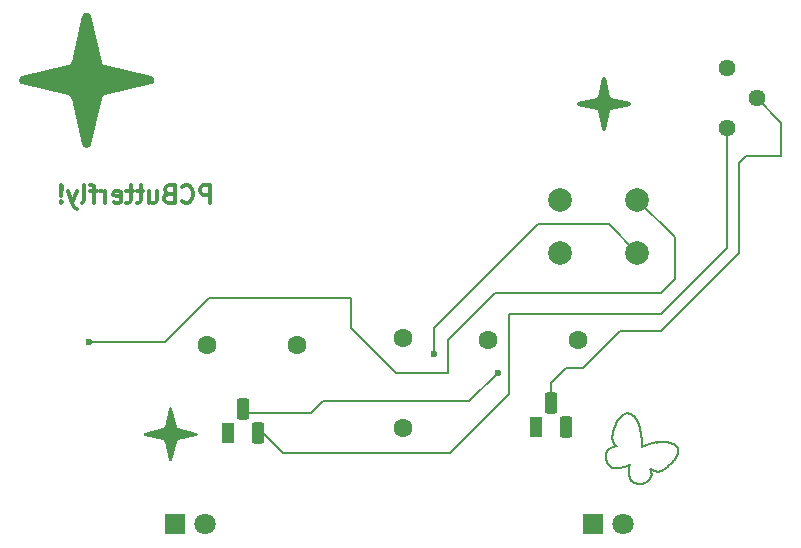
<source format=gbr>
%TF.GenerationSoftware,KiCad,Pcbnew,9.0.2*%
%TF.CreationDate,2025-06-28T05:17:50-07:00*%
%TF.ProjectId,butterfly5,62757474-6572-4666-9c79-352e6b696361,rev?*%
%TF.SameCoordinates,Original*%
%TF.FileFunction,Copper,L2,Bot*%
%TF.FilePolarity,Positive*%
%FSLAX46Y46*%
G04 Gerber Fmt 4.6, Leading zero omitted, Abs format (unit mm)*
G04 Created by KiCad (PCBNEW 9.0.2) date 2025-06-28 05:17:50*
%MOMM*%
%LPD*%
G01*
G04 APERTURE LIST*
G04 Aperture macros list*
%AMRoundRect*
0 Rectangle with rounded corners*
0 $1 Rounding radius*
0 $2 $3 $4 $5 $6 $7 $8 $9 X,Y pos of 4 corners*
0 Add a 4 corners polygon primitive as box body*
4,1,4,$2,$3,$4,$5,$6,$7,$8,$9,$2,$3,0*
0 Add four circle primitives for the rounded corners*
1,1,$1+$1,$2,$3*
1,1,$1+$1,$4,$5*
1,1,$1+$1,$6,$7*
1,1,$1+$1,$8,$9*
0 Add four rect primitives between the rounded corners*
20,1,$1+$1,$2,$3,$4,$5,0*
20,1,$1+$1,$4,$5,$6,$7,0*
20,1,$1+$1,$6,$7,$8,$9,0*
20,1,$1+$1,$8,$9,$2,$3,0*%
G04 Aperture macros list end*
%TA.AperFunction,NonConductor*%
%ADD10C,0.000000*%
%TD*%
%TA.AperFunction,NonConductor*%
%ADD11C,0.132291*%
%TD*%
%ADD12C,0.300000*%
%TA.AperFunction,NonConductor*%
%ADD13C,0.300000*%
%TD*%
%TA.AperFunction,ComponentPad*%
%ADD14C,1.600000*%
%TD*%
%TA.AperFunction,ComponentPad*%
%ADD15R,1.800000X1.800000*%
%TD*%
%TA.AperFunction,ComponentPad*%
%ADD16C,1.800000*%
%TD*%
%TA.AperFunction,ComponentPad*%
%ADD17R,1.100000X1.800000*%
%TD*%
%TA.AperFunction,ComponentPad*%
%ADD18RoundRect,0.275000X-0.275000X-0.625000X0.275000X-0.625000X0.275000X0.625000X-0.275000X0.625000X0*%
%TD*%
%TA.AperFunction,ComponentPad*%
%ADD19C,2.000000*%
%TD*%
%TA.AperFunction,ComponentPad*%
%ADD20C,1.440000*%
%TD*%
%TA.AperFunction,ViaPad*%
%ADD21C,0.600000*%
%TD*%
%TA.AperFunction,Conductor*%
%ADD22C,0.200000*%
%TD*%
G04 APERTURE END LIST*
D10*
%TA.AperFunction,NonConductor*%
G36*
X165211825Y-79514012D02*
G01*
X165223584Y-79515350D01*
X165235210Y-79517579D01*
X165246638Y-79520700D01*
X165257801Y-79524713D01*
X165268633Y-79529617D01*
X165279069Y-79535413D01*
X165289041Y-79542101D01*
X165298484Y-79549681D01*
X165307332Y-79558152D01*
X165315518Y-79567515D01*
X165322976Y-79577769D01*
X165329641Y-79588916D01*
X165335445Y-79600954D01*
X165340323Y-79613883D01*
X165344209Y-79627705D01*
X165710371Y-81179451D01*
X165713132Y-81189549D01*
X165716565Y-81199341D01*
X165720643Y-81208800D01*
X165725341Y-81217901D01*
X165730632Y-81226616D01*
X165736490Y-81234920D01*
X165742890Y-81242788D01*
X165749804Y-81250192D01*
X165757208Y-81257107D01*
X165765075Y-81263507D01*
X165773379Y-81269366D01*
X165782094Y-81274658D01*
X165791194Y-81279356D01*
X165800653Y-81283435D01*
X165810445Y-81286868D01*
X165820543Y-81289630D01*
X167372293Y-81655792D01*
X167386115Y-81659677D01*
X167399045Y-81664555D01*
X167411083Y-81670360D01*
X167422230Y-81677024D01*
X167432485Y-81684483D01*
X167441848Y-81692669D01*
X167450319Y-81701516D01*
X167457899Y-81710959D01*
X167464587Y-81720932D01*
X167470383Y-81731367D01*
X167475287Y-81742200D01*
X167479300Y-81753363D01*
X167482421Y-81764791D01*
X167484650Y-81776417D01*
X167485988Y-81788175D01*
X167486434Y-81800000D01*
X167485988Y-81811825D01*
X167484650Y-81823584D01*
X167482421Y-81835210D01*
X167479300Y-81846638D01*
X167475287Y-81857801D01*
X167470383Y-81868633D01*
X167464587Y-81879069D01*
X167457899Y-81889041D01*
X167450319Y-81898484D01*
X167441848Y-81907332D01*
X167432485Y-81915518D01*
X167422230Y-81922976D01*
X167411083Y-81929641D01*
X167399045Y-81935445D01*
X167386115Y-81940323D01*
X167372293Y-81944209D01*
X165820543Y-82310371D01*
X165810445Y-82313132D01*
X165800653Y-82316565D01*
X165791194Y-82320643D01*
X165782094Y-82325341D01*
X165773379Y-82330632D01*
X165765075Y-82336490D01*
X165757208Y-82342890D01*
X165749804Y-82349804D01*
X165742890Y-82357208D01*
X165736490Y-82365075D01*
X165730632Y-82373379D01*
X165725341Y-82382094D01*
X165720643Y-82391194D01*
X165716565Y-82400653D01*
X165713132Y-82410445D01*
X165710371Y-82420543D01*
X165344209Y-83972293D01*
X165340323Y-83986115D01*
X165335445Y-83999045D01*
X165329641Y-84011083D01*
X165322976Y-84022230D01*
X165315518Y-84032485D01*
X165307332Y-84041848D01*
X165298484Y-84050319D01*
X165289041Y-84057899D01*
X165279069Y-84064587D01*
X165268633Y-84070383D01*
X165257801Y-84075287D01*
X165246638Y-84079300D01*
X165235210Y-84082421D01*
X165223584Y-84084650D01*
X165211825Y-84085988D01*
X165200000Y-84086434D01*
X165188175Y-84085988D01*
X165176417Y-84084650D01*
X165164791Y-84082421D01*
X165153363Y-84079300D01*
X165142200Y-84075287D01*
X165131367Y-84070383D01*
X165120932Y-84064587D01*
X165110959Y-84057899D01*
X165101516Y-84050319D01*
X165092669Y-84041848D01*
X165084483Y-84032485D01*
X165077024Y-84022230D01*
X165070360Y-84011083D01*
X165064555Y-83999045D01*
X165059677Y-83986115D01*
X165055792Y-83972293D01*
X164689630Y-82420543D01*
X164686868Y-82410445D01*
X164683435Y-82400653D01*
X164679356Y-82391194D01*
X164674658Y-82382094D01*
X164669366Y-82373379D01*
X164663507Y-82365075D01*
X164657107Y-82357208D01*
X164650192Y-82349804D01*
X164642788Y-82342890D01*
X164634920Y-82336490D01*
X164626616Y-82330632D01*
X164617901Y-82325341D01*
X164608800Y-82320643D01*
X164599341Y-82316565D01*
X164589549Y-82313132D01*
X164579451Y-82310371D01*
X163027705Y-81944209D01*
X163013883Y-81940323D01*
X163000954Y-81935445D01*
X162988916Y-81929641D01*
X162977769Y-81922976D01*
X162967515Y-81915518D01*
X162958152Y-81907332D01*
X162949681Y-81898484D01*
X162942101Y-81889041D01*
X162935413Y-81879069D01*
X162929617Y-81868633D01*
X162924713Y-81857801D01*
X162920700Y-81846638D01*
X162917579Y-81835210D01*
X162915350Y-81823584D01*
X162914012Y-81811825D01*
X162913567Y-81800000D01*
X162914012Y-81788175D01*
X162915350Y-81776417D01*
X162917579Y-81764791D01*
X162920700Y-81753363D01*
X162924713Y-81742200D01*
X162929617Y-81731367D01*
X162935413Y-81720932D01*
X162942101Y-81710959D01*
X162949681Y-81701516D01*
X162958152Y-81692669D01*
X162967515Y-81684483D01*
X162977769Y-81677024D01*
X162988916Y-81670360D01*
X163000954Y-81664555D01*
X163013883Y-81659677D01*
X163027705Y-81655792D01*
X164579451Y-81289630D01*
X164589549Y-81286868D01*
X164599341Y-81283435D01*
X164608800Y-81279356D01*
X164617901Y-81274658D01*
X164626616Y-81269366D01*
X164634920Y-81263507D01*
X164642788Y-81257107D01*
X164650192Y-81250192D01*
X164657107Y-81242788D01*
X164663507Y-81234920D01*
X164669366Y-81226616D01*
X164674658Y-81217901D01*
X164679356Y-81208800D01*
X164683435Y-81199341D01*
X164686868Y-81189549D01*
X164689630Y-81179451D01*
X165055792Y-79627705D01*
X165059677Y-79613883D01*
X165064555Y-79600954D01*
X165070360Y-79588916D01*
X165077024Y-79577769D01*
X165084483Y-79567515D01*
X165092669Y-79558152D01*
X165101516Y-79549681D01*
X165110959Y-79542101D01*
X165120932Y-79535413D01*
X165131367Y-79529617D01*
X165142200Y-79524713D01*
X165153363Y-79520700D01*
X165164791Y-79517579D01*
X165176417Y-79515350D01*
X165188175Y-79514012D01*
X165200000Y-79513566D01*
X165211825Y-79514012D01*
G37*
%TD.AperFunction*%
%TA.AperFunction,NonConductor*%
G36*
X128522195Y-107493469D02*
G01*
X128533954Y-107494807D01*
X128545580Y-107497036D01*
X128557008Y-107500157D01*
X128568171Y-107504170D01*
X128579003Y-107509074D01*
X128589439Y-107514870D01*
X128599411Y-107521558D01*
X128608854Y-107529138D01*
X128617702Y-107537609D01*
X128625888Y-107546972D01*
X128633346Y-107557226D01*
X128640011Y-107568373D01*
X128645815Y-107580411D01*
X128650693Y-107593340D01*
X128654579Y-107607162D01*
X129020741Y-109158908D01*
X129023502Y-109169006D01*
X129026935Y-109178798D01*
X129031013Y-109188257D01*
X129035711Y-109197358D01*
X129041002Y-109206073D01*
X129046860Y-109214377D01*
X129053260Y-109222245D01*
X129060174Y-109229649D01*
X129067578Y-109236564D01*
X129075445Y-109242964D01*
X129083749Y-109248823D01*
X129092464Y-109254115D01*
X129101564Y-109258813D01*
X129111023Y-109262892D01*
X129120815Y-109266325D01*
X129130913Y-109269087D01*
X130682663Y-109635249D01*
X130696485Y-109639134D01*
X130709415Y-109644012D01*
X130721453Y-109649817D01*
X130732600Y-109656481D01*
X130742855Y-109663940D01*
X130752218Y-109672126D01*
X130760689Y-109680973D01*
X130768269Y-109690416D01*
X130774957Y-109700389D01*
X130780753Y-109710824D01*
X130785657Y-109721657D01*
X130789670Y-109732820D01*
X130792791Y-109744248D01*
X130795020Y-109755874D01*
X130796358Y-109767632D01*
X130796804Y-109779457D01*
X130796358Y-109791282D01*
X130795020Y-109803041D01*
X130792791Y-109814667D01*
X130789670Y-109826095D01*
X130785657Y-109837258D01*
X130780753Y-109848090D01*
X130774957Y-109858526D01*
X130768269Y-109868498D01*
X130760689Y-109877941D01*
X130752218Y-109886789D01*
X130742855Y-109894975D01*
X130732600Y-109902433D01*
X130721453Y-109909098D01*
X130709415Y-109914902D01*
X130696485Y-109919780D01*
X130682663Y-109923666D01*
X129130913Y-110289828D01*
X129120815Y-110292589D01*
X129111023Y-110296022D01*
X129101564Y-110300100D01*
X129092464Y-110304798D01*
X129083749Y-110310089D01*
X129075445Y-110315947D01*
X129067578Y-110322347D01*
X129060174Y-110329261D01*
X129053260Y-110336665D01*
X129046860Y-110344532D01*
X129041002Y-110352836D01*
X129035711Y-110361551D01*
X129031013Y-110370651D01*
X129026935Y-110380110D01*
X129023502Y-110389902D01*
X129020741Y-110400000D01*
X128654579Y-111951750D01*
X128650693Y-111965572D01*
X128645815Y-111978502D01*
X128640011Y-111990540D01*
X128633346Y-112001687D01*
X128625888Y-112011942D01*
X128617702Y-112021305D01*
X128608854Y-112029776D01*
X128599411Y-112037356D01*
X128589439Y-112044044D01*
X128579003Y-112049840D01*
X128568171Y-112054744D01*
X128557008Y-112058757D01*
X128545580Y-112061878D01*
X128533954Y-112064107D01*
X128522195Y-112065445D01*
X128510370Y-112065891D01*
X128498545Y-112065445D01*
X128486787Y-112064107D01*
X128475161Y-112061878D01*
X128463733Y-112058757D01*
X128452570Y-112054744D01*
X128441737Y-112049840D01*
X128431302Y-112044044D01*
X128421329Y-112037356D01*
X128411886Y-112029776D01*
X128403039Y-112021305D01*
X128394853Y-112011942D01*
X128387394Y-112001687D01*
X128380730Y-111990540D01*
X128374925Y-111978502D01*
X128370047Y-111965572D01*
X128366162Y-111951750D01*
X128000000Y-110400000D01*
X127997238Y-110389902D01*
X127993805Y-110380110D01*
X127989726Y-110370651D01*
X127985028Y-110361551D01*
X127979736Y-110352836D01*
X127973877Y-110344532D01*
X127967477Y-110336665D01*
X127960562Y-110329261D01*
X127953158Y-110322347D01*
X127945290Y-110315947D01*
X127936986Y-110310089D01*
X127928271Y-110304798D01*
X127919170Y-110300100D01*
X127909711Y-110296022D01*
X127899919Y-110292589D01*
X127889821Y-110289828D01*
X126338075Y-109923666D01*
X126324253Y-109919780D01*
X126311324Y-109914902D01*
X126299286Y-109909098D01*
X126288139Y-109902433D01*
X126277885Y-109894975D01*
X126268522Y-109886789D01*
X126260051Y-109877941D01*
X126252471Y-109868498D01*
X126245783Y-109858526D01*
X126239987Y-109848090D01*
X126235083Y-109837258D01*
X126231070Y-109826095D01*
X126227949Y-109814667D01*
X126225720Y-109803041D01*
X126224382Y-109791282D01*
X126223937Y-109779457D01*
X126224382Y-109767632D01*
X126225720Y-109755874D01*
X126227949Y-109744248D01*
X126231070Y-109732820D01*
X126235083Y-109721657D01*
X126239987Y-109710824D01*
X126245783Y-109700389D01*
X126252471Y-109690416D01*
X126260051Y-109680973D01*
X126268522Y-109672126D01*
X126277885Y-109663940D01*
X126288139Y-109656481D01*
X126299286Y-109649817D01*
X126311324Y-109644012D01*
X126324253Y-109639134D01*
X126338075Y-109635249D01*
X127889821Y-109269087D01*
X127899919Y-109266325D01*
X127909711Y-109262892D01*
X127919170Y-109258813D01*
X127928271Y-109254115D01*
X127936986Y-109248823D01*
X127945290Y-109242964D01*
X127953158Y-109236564D01*
X127960562Y-109229649D01*
X127967477Y-109222245D01*
X127973877Y-109214377D01*
X127979736Y-109206073D01*
X127985028Y-109197358D01*
X127989726Y-109188257D01*
X127993805Y-109178798D01*
X127997238Y-109169006D01*
X128000000Y-109158908D01*
X128366162Y-107607162D01*
X128370047Y-107593340D01*
X128374925Y-107580411D01*
X128380730Y-107568373D01*
X128387394Y-107557226D01*
X128394853Y-107546972D01*
X128403039Y-107537609D01*
X128411886Y-107529138D01*
X128421329Y-107521558D01*
X128431302Y-107514870D01*
X128441737Y-107509074D01*
X128452570Y-107504170D01*
X128463733Y-107500157D01*
X128475161Y-107497036D01*
X128486787Y-107494807D01*
X128498545Y-107493469D01*
X128510370Y-107493023D01*
X128522195Y-107493469D01*
G37*
%TD.AperFunction*%
%TA.AperFunction,NonConductor*%
G36*
X121429562Y-74085030D02*
G01*
X121458959Y-74088374D01*
X121488024Y-74093947D01*
X121516594Y-74101750D01*
X121544502Y-74111782D01*
X121571583Y-74124043D01*
X121597671Y-74138533D01*
X121622602Y-74155252D01*
X121646210Y-74174201D01*
X121668329Y-74195379D01*
X121688794Y-74218786D01*
X121707440Y-74244423D01*
X121724101Y-74272289D01*
X121738612Y-74302384D01*
X121750807Y-74334708D01*
X121760521Y-74369262D01*
X122675926Y-78248626D01*
X122682830Y-78273873D01*
X122691412Y-78298353D01*
X122701607Y-78322001D01*
X122713351Y-78344751D01*
X122726579Y-78366540D01*
X122741225Y-78387301D01*
X122757223Y-78406969D01*
X122774510Y-78425480D01*
X122793020Y-78442768D01*
X122812687Y-78458768D01*
X122833447Y-78473415D01*
X122855235Y-78486644D01*
X122877985Y-78498389D01*
X122901632Y-78508586D01*
X122926112Y-78517169D01*
X122951358Y-78524074D01*
X126830732Y-79439478D01*
X126865286Y-79449193D01*
X126897611Y-79461388D01*
X126927707Y-79475899D01*
X126955574Y-79492560D01*
X126981211Y-79511206D01*
X127004619Y-79531671D01*
X127025797Y-79553790D01*
X127044746Y-79577398D01*
X127061466Y-79602329D01*
X127075957Y-79628417D01*
X127088218Y-79655498D01*
X127098250Y-79683406D01*
X127106052Y-79711976D01*
X127111626Y-79741042D01*
X127114970Y-79770438D01*
X127116084Y-79800000D01*
X127114970Y-79829562D01*
X127111626Y-79858959D01*
X127106052Y-79888024D01*
X127098250Y-79916594D01*
X127088218Y-79944502D01*
X127075957Y-79971583D01*
X127061466Y-79997671D01*
X127044746Y-80022602D01*
X127025797Y-80046210D01*
X127004619Y-80068329D01*
X126981211Y-80088794D01*
X126955574Y-80107440D01*
X126927707Y-80124101D01*
X126897611Y-80138612D01*
X126865286Y-80150807D01*
X126830732Y-80160521D01*
X122951358Y-81075926D01*
X122926112Y-81082830D01*
X122901632Y-81091412D01*
X122877985Y-81101607D01*
X122855235Y-81113351D01*
X122833447Y-81126579D01*
X122812687Y-81141225D01*
X122793020Y-81157223D01*
X122774510Y-81174510D01*
X122757223Y-81193020D01*
X122741225Y-81212687D01*
X122726579Y-81233447D01*
X122713351Y-81255235D01*
X122701607Y-81277985D01*
X122691412Y-81301632D01*
X122682830Y-81326112D01*
X122675926Y-81351358D01*
X121760521Y-85230732D01*
X121750807Y-85265286D01*
X121738612Y-85297611D01*
X121724101Y-85327707D01*
X121707440Y-85355574D01*
X121688794Y-85381211D01*
X121668329Y-85404619D01*
X121646210Y-85425797D01*
X121622602Y-85444746D01*
X121597671Y-85461466D01*
X121571583Y-85475957D01*
X121544502Y-85488218D01*
X121516594Y-85498250D01*
X121488024Y-85506052D01*
X121458959Y-85511626D01*
X121429562Y-85514970D01*
X121400000Y-85516084D01*
X121370438Y-85514970D01*
X121341042Y-85511626D01*
X121311976Y-85506052D01*
X121283406Y-85498250D01*
X121255498Y-85488218D01*
X121228417Y-85475957D01*
X121202329Y-85461466D01*
X121177398Y-85444746D01*
X121153790Y-85425797D01*
X121131671Y-85404619D01*
X121111206Y-85381211D01*
X121092560Y-85355574D01*
X121075899Y-85327707D01*
X121061388Y-85297611D01*
X121049193Y-85265286D01*
X121039478Y-85230732D01*
X120124074Y-81351358D01*
X120117169Y-81326112D01*
X120108586Y-81301632D01*
X120098389Y-81277985D01*
X120086644Y-81255235D01*
X120073415Y-81233447D01*
X120058768Y-81212687D01*
X120042768Y-81193020D01*
X120025480Y-81174510D01*
X120006969Y-81157223D01*
X119987301Y-81141225D01*
X119966540Y-81126579D01*
X119944751Y-81113351D01*
X119922001Y-81101607D01*
X119898353Y-81091412D01*
X119873873Y-81082830D01*
X119848626Y-81075926D01*
X115969262Y-80160521D01*
X115934708Y-80150807D01*
X115902384Y-80138612D01*
X115872289Y-80124101D01*
X115844423Y-80107440D01*
X115818786Y-80088794D01*
X115795379Y-80068329D01*
X115774201Y-80046210D01*
X115755252Y-80022602D01*
X115738533Y-79997671D01*
X115724043Y-79971583D01*
X115711782Y-79944502D01*
X115701750Y-79916594D01*
X115693947Y-79888024D01*
X115688374Y-79858959D01*
X115685030Y-79829562D01*
X115683916Y-79800000D01*
X115685030Y-79770438D01*
X115688374Y-79741042D01*
X115693947Y-79711976D01*
X115701750Y-79683406D01*
X115711782Y-79655498D01*
X115724043Y-79628417D01*
X115738533Y-79602329D01*
X115755252Y-79577398D01*
X115774201Y-79553790D01*
X115795379Y-79531671D01*
X115818786Y-79511206D01*
X115844423Y-79492560D01*
X115872289Y-79475899D01*
X115902384Y-79461388D01*
X115934708Y-79449193D01*
X115969262Y-79439478D01*
X119848626Y-78524074D01*
X119873873Y-78517169D01*
X119898353Y-78508586D01*
X119922001Y-78498389D01*
X119944751Y-78486644D01*
X119966540Y-78473415D01*
X119987301Y-78458768D01*
X120006969Y-78442768D01*
X120025480Y-78425480D01*
X120042768Y-78406969D01*
X120058768Y-78387301D01*
X120073415Y-78366540D01*
X120086644Y-78344751D01*
X120098389Y-78322001D01*
X120108586Y-78298353D01*
X120117169Y-78273873D01*
X120124074Y-78248626D01*
X121039478Y-74369261D01*
X121049193Y-74334708D01*
X121061388Y-74302383D01*
X121075899Y-74272288D01*
X121092560Y-74244423D01*
X121111206Y-74218786D01*
X121131671Y-74195379D01*
X121153790Y-74174201D01*
X121177398Y-74155252D01*
X121202329Y-74138533D01*
X121228417Y-74124042D01*
X121255498Y-74111781D01*
X121283406Y-74101750D01*
X121311976Y-74093947D01*
X121341042Y-74088374D01*
X121370438Y-74085030D01*
X121400000Y-74083916D01*
X121429562Y-74085030D01*
G37*
%TD.AperFunction*%
D11*
X167208542Y-108002497D02*
X167247352Y-108005529D01*
X167286482Y-108011276D01*
X167325914Y-108019821D01*
X167365625Y-108031248D01*
X167402945Y-108044205D01*
X167439276Y-108058556D01*
X167474629Y-108074248D01*
X167509018Y-108091225D01*
X167542454Y-108109435D01*
X167574952Y-108128821D01*
X167606523Y-108149330D01*
X167637181Y-108170908D01*
X167666938Y-108193501D01*
X167695806Y-108217053D01*
X167750929Y-108266819D01*
X167802653Y-108319774D01*
X167851077Y-108375481D01*
X167896306Y-108433507D01*
X167938439Y-108493416D01*
X167977580Y-108554774D01*
X168013829Y-108617147D01*
X168047289Y-108680099D01*
X168078061Y-108743197D01*
X168106248Y-108806004D01*
X168131951Y-108868087D01*
X168155593Y-108929881D01*
X168177061Y-108990517D01*
X168196445Y-109049602D01*
X168213833Y-109106743D01*
X168229316Y-109161548D01*
X168242984Y-109213625D01*
X168254927Y-109262581D01*
X168265235Y-109308023D01*
X168274018Y-109349658D01*
X168281354Y-109387068D01*
X168287332Y-109419864D01*
X168292037Y-109447657D01*
X168293938Y-109459568D01*
X168295559Y-109470087D01*
X168297990Y-109486763D01*
X168298828Y-109492817D01*
X168299419Y-109497293D01*
X168299604Y-109498801D01*
X168300133Y-109501434D01*
X168302805Y-109515470D01*
X168306989Y-109537725D01*
X168312463Y-109567381D01*
X168326403Y-109645570D01*
X168334441Y-109692447D01*
X168342903Y-109743395D01*
X168360209Y-109854054D01*
X168376685Y-109971583D01*
X168384054Y-110030795D01*
X168390545Y-110089169D01*
X168395935Y-110145855D01*
X168400000Y-110200000D01*
X168403008Y-110259794D01*
X168404786Y-110322547D01*
X168405480Y-110387298D01*
X168405236Y-110453084D01*
X168402515Y-110583913D01*
X168397791Y-110707338D01*
X168393156Y-110798940D01*
X168388530Y-110876553D01*
X169006293Y-110623069D01*
X169010963Y-110621137D01*
X169015897Y-110619946D01*
X169689830Y-110457506D01*
X169694104Y-110456487D01*
X169698482Y-110456024D01*
X169705348Y-110521813D01*
X169698509Y-110456024D01*
X169698514Y-110456024D01*
X169698521Y-110456024D01*
X169698525Y-110456023D01*
X169698529Y-110456023D01*
X169698533Y-110456023D01*
X169698537Y-110456022D01*
X169698541Y-110456022D01*
X169698546Y-110456021D01*
X169698551Y-110456020D01*
X169698555Y-110456018D01*
X169698560Y-110456017D01*
X169698565Y-110456015D01*
X169698570Y-110456013D01*
X169698575Y-110456011D01*
X169698585Y-110456010D01*
X169698596Y-110456010D01*
X169698617Y-110456008D01*
X169698641Y-110456006D01*
X169698666Y-110456002D01*
X169698786Y-110455984D01*
X169699527Y-110455918D01*
X169700688Y-110455794D01*
X169701425Y-110455719D01*
X169702266Y-110455640D01*
X169706642Y-110455215D01*
X169712625Y-110454661D01*
X169729210Y-110453186D01*
X169751651Y-110451354D01*
X169779586Y-110449265D01*
X169812667Y-110447046D01*
X169850524Y-110444815D01*
X169892792Y-110442689D01*
X169989122Y-110439220D01*
X170042517Y-110438115D01*
X170098911Y-110437591D01*
X170157938Y-110437766D01*
X170219230Y-110438762D01*
X170282422Y-110440698D01*
X170347148Y-110443694D01*
X170413002Y-110447865D01*
X170479829Y-110453349D01*
X170547250Y-110460276D01*
X170614887Y-110468774D01*
X170682359Y-110478972D01*
X170749289Y-110490999D01*
X170815297Y-110504985D01*
X170880006Y-110521059D01*
X170911612Y-110529876D01*
X170942915Y-110539306D01*
X170973855Y-110549374D01*
X171004372Y-110560101D01*
X171034406Y-110571511D01*
X171063897Y-110583627D01*
X171092786Y-110596471D01*
X171121011Y-110610068D01*
X171148514Y-110624439D01*
X171175234Y-110639608D01*
X171201112Y-110655598D01*
X171226087Y-110672432D01*
X171250099Y-110690132D01*
X171273089Y-110708723D01*
X171294996Y-110728227D01*
X171315761Y-110748666D01*
X171344953Y-110780896D01*
X171371240Y-110813978D01*
X171394689Y-110847863D01*
X171415367Y-110882503D01*
X171433341Y-110917848D01*
X171448676Y-110953851D01*
X171461440Y-110990461D01*
X171471698Y-111027631D01*
X171479518Y-111065312D01*
X171484967Y-111103454D01*
X171488110Y-111142009D01*
X171489014Y-111180928D01*
X171487746Y-111220163D01*
X171484372Y-111259663D01*
X171478959Y-111299382D01*
X171471574Y-111339269D01*
X171462430Y-111378740D01*
X171451500Y-111418347D01*
X171438847Y-111458056D01*
X171424536Y-111497835D01*
X171408629Y-111537651D01*
X171391191Y-111577471D01*
X171372285Y-111617263D01*
X171351974Y-111656992D01*
X171330323Y-111696628D01*
X171307394Y-111736136D01*
X171283252Y-111775484D01*
X171257959Y-111814639D01*
X171231580Y-111853569D01*
X171204179Y-111892239D01*
X171175817Y-111930618D01*
X171146560Y-111968673D01*
X171085445Y-112043880D01*
X171021028Y-112117902D01*
X170953732Y-112190482D01*
X170883979Y-112261361D01*
X170812192Y-112330284D01*
X170738793Y-112396992D01*
X170664205Y-112461228D01*
X170588852Y-112522734D01*
X170513154Y-112581253D01*
X170437536Y-112636529D01*
X170362420Y-112688303D01*
X170288227Y-112736318D01*
X170215382Y-112780316D01*
X170144307Y-112820041D01*
X170075424Y-112855235D01*
X170009156Y-112885640D01*
X169982514Y-112896374D01*
X169955797Y-112905691D01*
X169929023Y-112913634D01*
X169902211Y-112920247D01*
X169875380Y-112925573D01*
X169848548Y-112929656D01*
X169794955Y-112934263D01*
X169741581Y-112934417D01*
X169688574Y-112930464D01*
X169636084Y-112922752D01*
X169584258Y-112911627D01*
X169533246Y-112897436D01*
X169483196Y-112880528D01*
X169434256Y-112861248D01*
X169386575Y-112839944D01*
X169340301Y-112816963D01*
X169295583Y-112792652D01*
X169252571Y-112767358D01*
X169211411Y-112741429D01*
X169190295Y-112727474D01*
X169169622Y-112713383D01*
X169149407Y-112699202D01*
X169129668Y-112684980D01*
X169131150Y-112688406D01*
X169146346Y-112725208D01*
X169161056Y-112763456D01*
X169175058Y-112802997D01*
X169188134Y-112843673D01*
X169200062Y-112885330D01*
X169210622Y-112927813D01*
X169219595Y-112970965D01*
X169226760Y-113014632D01*
X169231897Y-113058659D01*
X169234785Y-113102889D01*
X169235205Y-113147167D01*
X169232937Y-113191339D01*
X169227759Y-113235248D01*
X169219453Y-113278739D01*
X169207798Y-113321658D01*
X169200645Y-113342853D01*
X169192573Y-113363847D01*
X169168886Y-113417023D01*
X169142279Y-113468046D01*
X169112893Y-113516880D01*
X169080864Y-113563493D01*
X169046332Y-113607850D01*
X169009434Y-113649917D01*
X168970310Y-113689661D01*
X168929096Y-113727046D01*
X168885933Y-113762041D01*
X168840957Y-113794609D01*
X168794309Y-113824717D01*
X168746125Y-113852332D01*
X168696544Y-113877419D01*
X168645705Y-113899945D01*
X168593747Y-113919875D01*
X168540806Y-113937175D01*
X168487023Y-113951811D01*
X168432535Y-113963750D01*
X168377480Y-113972957D01*
X168321997Y-113979398D01*
X168266225Y-113983040D01*
X168210301Y-113983848D01*
X168154365Y-113981789D01*
X168098554Y-113976828D01*
X168043007Y-113968931D01*
X167987862Y-113958065D01*
X167933258Y-113944195D01*
X167879333Y-113927287D01*
X167826225Y-113907308D01*
X167774073Y-113884223D01*
X167723015Y-113857999D01*
X167673190Y-113828601D01*
X167645737Y-113810113D01*
X167619726Y-113790235D01*
X167595120Y-113769037D01*
X167571882Y-113746589D01*
X167549978Y-113722960D01*
X167529370Y-113698219D01*
X167510022Y-113672438D01*
X167491897Y-113645685D01*
X167474960Y-113618030D01*
X167459175Y-113589543D01*
X167444504Y-113560293D01*
X167430912Y-113530350D01*
X167418363Y-113499784D01*
X167406820Y-113468664D01*
X167396246Y-113437061D01*
X167386606Y-113405043D01*
X167377829Y-113372556D01*
X167369871Y-113339611D01*
X167362706Y-113306262D01*
X167356303Y-113272562D01*
X167350634Y-113238563D01*
X167345670Y-113204319D01*
X167337743Y-113135304D01*
X167332290Y-113065940D01*
X167329082Y-112996651D01*
X167327888Y-112927860D01*
X167328477Y-112859988D01*
X167330637Y-112793098D01*
X167334160Y-112727650D01*
X167338836Y-112664046D01*
X167344458Y-112602684D01*
X167350817Y-112543966D01*
X167357703Y-112488290D01*
X167372226Y-112387667D01*
X167377622Y-112354371D01*
X167382889Y-112323545D01*
X167346932Y-112341810D01*
X167327540Y-112351486D01*
X167307244Y-112361474D01*
X167259062Y-112384636D01*
X167206869Y-112408891D01*
X167151025Y-112433890D01*
X167091887Y-112459282D01*
X167029815Y-112484715D01*
X166965167Y-112509838D01*
X166898302Y-112534302D01*
X166829579Y-112557755D01*
X166759420Y-112579828D01*
X166687834Y-112600272D01*
X166615196Y-112618706D01*
X166541882Y-112634747D01*
X166468269Y-112648014D01*
X166431468Y-112653488D01*
X166394733Y-112658126D01*
X166358111Y-112661880D01*
X166321650Y-112664701D01*
X166285396Y-112666544D01*
X166249397Y-112667358D01*
X166213628Y-112667098D01*
X166178041Y-112665700D01*
X166142697Y-112663105D01*
X166107661Y-112659251D01*
X166072994Y-112654079D01*
X166038759Y-112647527D01*
X166005021Y-112639536D01*
X165971841Y-112630044D01*
X165939282Y-112618991D01*
X165907407Y-112606316D01*
X165876280Y-112591960D01*
X165845963Y-112575860D01*
X165816519Y-112557958D01*
X165788010Y-112538192D01*
X165760501Y-112516501D01*
X165734053Y-112492826D01*
X165693746Y-112452646D01*
X165655175Y-112410656D01*
X165618424Y-112366988D01*
X165583575Y-112321771D01*
X165550710Y-112275137D01*
X165519912Y-112227217D01*
X165491263Y-112178142D01*
X165464847Y-112128043D01*
X165440745Y-112077051D01*
X165419041Y-112025297D01*
X165399817Y-111972911D01*
X165383155Y-111920026D01*
X165369139Y-111866771D01*
X165357850Y-111813278D01*
X165349372Y-111759677D01*
X165343786Y-111706101D01*
X165341173Y-111652076D01*
X165341703Y-111598327D01*
X165345458Y-111545007D01*
X165352519Y-111492267D01*
X165362970Y-111440260D01*
X165376893Y-111389140D01*
X165394369Y-111339057D01*
X165415481Y-111290166D01*
X165440312Y-111242618D01*
X165468944Y-111196566D01*
X165501458Y-111152163D01*
X165537938Y-111109560D01*
X165578465Y-111068912D01*
X165623122Y-111030370D01*
X165671991Y-110994086D01*
X165725154Y-110960214D01*
X165763251Y-110938397D01*
X165800869Y-110918095D01*
X165837990Y-110899261D01*
X165874597Y-110881848D01*
X165910672Y-110865809D01*
X165946199Y-110851096D01*
X165981158Y-110837663D01*
X166015533Y-110825463D01*
X166049307Y-110814449D01*
X166082462Y-110804574D01*
X166114980Y-110795790D01*
X166146844Y-110788051D01*
X166178037Y-110781310D01*
X166208540Y-110775520D01*
X166267411Y-110766605D01*
X166251693Y-110755161D01*
X166236034Y-110743224D01*
X166220461Y-110730785D01*
X166204998Y-110717831D01*
X166189669Y-110704352D01*
X166174500Y-110690336D01*
X166159516Y-110675774D01*
X166144742Y-110660653D01*
X166121745Y-110635448D01*
X166099502Y-110608853D01*
X166078103Y-110580838D01*
X166057638Y-110551372D01*
X166038197Y-110520424D01*
X166019869Y-110487965D01*
X166002746Y-110453964D01*
X165986917Y-110418390D01*
X165972472Y-110381214D01*
X165959501Y-110342405D01*
X165948094Y-110301932D01*
X165938342Y-110259766D01*
X165930334Y-110215875D01*
X165924160Y-110170230D01*
X165919911Y-110122800D01*
X165917677Y-110073555D01*
X165917956Y-110001953D01*
X165922038Y-109926206D01*
X165929818Y-109846782D01*
X165941190Y-109764152D01*
X165956052Y-109678783D01*
X165974299Y-109591144D01*
X165995826Y-109501705D01*
X166020529Y-109410933D01*
X166048304Y-109319298D01*
X166079047Y-109227269D01*
X166112652Y-109135313D01*
X166149017Y-109043901D01*
X166188037Y-108953501D01*
X166229607Y-108864582D01*
X166273623Y-108777612D01*
X166319981Y-108693060D01*
X166344097Y-108651683D01*
X166368838Y-108610964D01*
X166394195Y-108570971D01*
X166420158Y-108531771D01*
X166446718Y-108493430D01*
X166473866Y-108456015D01*
X166501592Y-108419593D01*
X166529886Y-108384231D01*
X166558738Y-108349995D01*
X166588140Y-108316952D01*
X166618082Y-108285169D01*
X166648554Y-108254713D01*
X166679546Y-108225650D01*
X166711049Y-108198047D01*
X166743054Y-108171971D01*
X166775551Y-108147488D01*
X166808865Y-108124453D01*
X166842752Y-108103131D01*
X166877191Y-108083605D01*
X166912162Y-108065960D01*
X166947644Y-108050278D01*
X166983614Y-108036643D01*
X167020054Y-108025139D01*
X167056940Y-108015849D01*
X167094254Y-108008856D01*
X167131972Y-108004244D01*
X167170076Y-108002097D01*
X167208542Y-108002497D01*
D12*
D13*
X131845489Y-90190828D02*
X131845489Y-88690828D01*
X131845489Y-88690828D02*
X131274060Y-88690828D01*
X131274060Y-88690828D02*
X131131203Y-88762257D01*
X131131203Y-88762257D02*
X131059774Y-88833685D01*
X131059774Y-88833685D02*
X130988346Y-88976542D01*
X130988346Y-88976542D02*
X130988346Y-89190828D01*
X130988346Y-89190828D02*
X131059774Y-89333685D01*
X131059774Y-89333685D02*
X131131203Y-89405114D01*
X131131203Y-89405114D02*
X131274060Y-89476542D01*
X131274060Y-89476542D02*
X131845489Y-89476542D01*
X129488346Y-90047971D02*
X129559774Y-90119400D01*
X129559774Y-90119400D02*
X129774060Y-90190828D01*
X129774060Y-90190828D02*
X129916917Y-90190828D01*
X129916917Y-90190828D02*
X130131203Y-90119400D01*
X130131203Y-90119400D02*
X130274060Y-89976542D01*
X130274060Y-89976542D02*
X130345489Y-89833685D01*
X130345489Y-89833685D02*
X130416917Y-89547971D01*
X130416917Y-89547971D02*
X130416917Y-89333685D01*
X130416917Y-89333685D02*
X130345489Y-89047971D01*
X130345489Y-89047971D02*
X130274060Y-88905114D01*
X130274060Y-88905114D02*
X130131203Y-88762257D01*
X130131203Y-88762257D02*
X129916917Y-88690828D01*
X129916917Y-88690828D02*
X129774060Y-88690828D01*
X129774060Y-88690828D02*
X129559774Y-88762257D01*
X129559774Y-88762257D02*
X129488346Y-88833685D01*
X128345489Y-89405114D02*
X128131203Y-89476542D01*
X128131203Y-89476542D02*
X128059774Y-89547971D01*
X128059774Y-89547971D02*
X127988346Y-89690828D01*
X127988346Y-89690828D02*
X127988346Y-89905114D01*
X127988346Y-89905114D02*
X128059774Y-90047971D01*
X128059774Y-90047971D02*
X128131203Y-90119400D01*
X128131203Y-90119400D02*
X128274060Y-90190828D01*
X128274060Y-90190828D02*
X128845489Y-90190828D01*
X128845489Y-90190828D02*
X128845489Y-88690828D01*
X128845489Y-88690828D02*
X128345489Y-88690828D01*
X128345489Y-88690828D02*
X128202632Y-88762257D01*
X128202632Y-88762257D02*
X128131203Y-88833685D01*
X128131203Y-88833685D02*
X128059774Y-88976542D01*
X128059774Y-88976542D02*
X128059774Y-89119400D01*
X128059774Y-89119400D02*
X128131203Y-89262257D01*
X128131203Y-89262257D02*
X128202632Y-89333685D01*
X128202632Y-89333685D02*
X128345489Y-89405114D01*
X128345489Y-89405114D02*
X128845489Y-89405114D01*
X126702632Y-89190828D02*
X126702632Y-90190828D01*
X127345489Y-89190828D02*
X127345489Y-89976542D01*
X127345489Y-89976542D02*
X127274060Y-90119400D01*
X127274060Y-90119400D02*
X127131203Y-90190828D01*
X127131203Y-90190828D02*
X126916917Y-90190828D01*
X126916917Y-90190828D02*
X126774060Y-90119400D01*
X126774060Y-90119400D02*
X126702632Y-90047971D01*
X126202631Y-89190828D02*
X125631203Y-89190828D01*
X125988346Y-88690828D02*
X125988346Y-89976542D01*
X125988346Y-89976542D02*
X125916917Y-90119400D01*
X125916917Y-90119400D02*
X125774060Y-90190828D01*
X125774060Y-90190828D02*
X125631203Y-90190828D01*
X125345488Y-89190828D02*
X124774060Y-89190828D01*
X125131203Y-88690828D02*
X125131203Y-89976542D01*
X125131203Y-89976542D02*
X125059774Y-90119400D01*
X125059774Y-90119400D02*
X124916917Y-90190828D01*
X124916917Y-90190828D02*
X124774060Y-90190828D01*
X123702631Y-90119400D02*
X123845488Y-90190828D01*
X123845488Y-90190828D02*
X124131203Y-90190828D01*
X124131203Y-90190828D02*
X124274060Y-90119400D01*
X124274060Y-90119400D02*
X124345488Y-89976542D01*
X124345488Y-89976542D02*
X124345488Y-89405114D01*
X124345488Y-89405114D02*
X124274060Y-89262257D01*
X124274060Y-89262257D02*
X124131203Y-89190828D01*
X124131203Y-89190828D02*
X123845488Y-89190828D01*
X123845488Y-89190828D02*
X123702631Y-89262257D01*
X123702631Y-89262257D02*
X123631203Y-89405114D01*
X123631203Y-89405114D02*
X123631203Y-89547971D01*
X123631203Y-89547971D02*
X124345488Y-89690828D01*
X122988346Y-90190828D02*
X122988346Y-89190828D01*
X122988346Y-89476542D02*
X122916917Y-89333685D01*
X122916917Y-89333685D02*
X122845489Y-89262257D01*
X122845489Y-89262257D02*
X122702631Y-89190828D01*
X122702631Y-89190828D02*
X122559774Y-89190828D01*
X122274060Y-89190828D02*
X121702632Y-89190828D01*
X122059775Y-90190828D02*
X122059775Y-88905114D01*
X122059775Y-88905114D02*
X121988346Y-88762257D01*
X121988346Y-88762257D02*
X121845489Y-88690828D01*
X121845489Y-88690828D02*
X121702632Y-88690828D01*
X120988346Y-90190828D02*
X121131203Y-90119400D01*
X121131203Y-90119400D02*
X121202632Y-89976542D01*
X121202632Y-89976542D02*
X121202632Y-88690828D01*
X120559775Y-89190828D02*
X120202632Y-90190828D01*
X119845489Y-89190828D02*
X120202632Y-90190828D01*
X120202632Y-90190828D02*
X120345489Y-90547971D01*
X120345489Y-90547971D02*
X120416918Y-90619400D01*
X120416918Y-90619400D02*
X120559775Y-90690828D01*
X119274061Y-90047971D02*
X119202632Y-90119400D01*
X119202632Y-90119400D02*
X119274061Y-90190828D01*
X119274061Y-90190828D02*
X119345489Y-90119400D01*
X119345489Y-90119400D02*
X119274061Y-90047971D01*
X119274061Y-90047971D02*
X119274061Y-90190828D01*
X119274061Y-89619400D02*
X119345489Y-88762257D01*
X119345489Y-88762257D02*
X119274061Y-88690828D01*
X119274061Y-88690828D02*
X119202632Y-88762257D01*
X119202632Y-88762257D02*
X119274061Y-89619400D01*
X119274061Y-89619400D02*
X119274061Y-88690828D01*
D14*
%TO.P,R3,1*%
%TO.N,Net-(BT1--)*%
X155380000Y-101800000D03*
%TO.P,R3,2*%
%TO.N,Net-(Q2-E)*%
X163000000Y-101800000D03*
%TD*%
%TO.P,R2,1*%
%TO.N,Net-(D2-K)*%
X148200000Y-109210000D03*
%TO.P,R2,2*%
%TO.N,Net-(Q2-C)*%
X148200000Y-101590000D03*
%TD*%
D15*
%TO.P,D2,1,K*%
%TO.N,Net-(D2-K)*%
X164260000Y-117400000D03*
D16*
%TO.P,D2,2,A*%
%TO.N,Net-(D1-A)*%
X166800000Y-117400000D03*
%TD*%
D17*
%TO.P,Q2,1,C*%
%TO.N,Net-(Q2-C)*%
X159460000Y-109200000D03*
D18*
%TO.P,Q2,2,B*%
%TO.N,Net-(Q2-B)*%
X160730000Y-107130000D03*
%TO.P,Q2,3,E*%
%TO.N,Net-(Q2-E)*%
X162000000Y-109200000D03*
%TD*%
D17*
%TO.P,Q1,1,C*%
%TO.N,Net-(D1-A)*%
X133330000Y-109670000D03*
D18*
%TO.P,Q1,2,B*%
X134600000Y-107600000D03*
%TO.P,Q1,3,E*%
%TO.N,Net-(Q1-E)*%
X135870000Y-109670000D03*
%TD*%
D14*
%TO.P,R1,1*%
%TO.N,Net-(D1-K)*%
X131590000Y-102200000D03*
%TO.P,R1,2*%
%TO.N,Net-(Q2-C)*%
X139210000Y-102200000D03*
%TD*%
D15*
%TO.P,D1,1,K*%
%TO.N,Net-(D1-K)*%
X128925000Y-117400000D03*
D16*
%TO.P,D1,2,A*%
%TO.N,Net-(D1-A)*%
X131465000Y-117400000D03*
%TD*%
D19*
%TO.P,SW1,1,1*%
%TO.N,Net-(BT1-+)*%
X161500000Y-89900000D03*
X168000000Y-89900000D03*
%TO.P,SW1,2,2*%
%TO.N,Net-(D1-A)*%
X161500000Y-94400000D03*
X168000000Y-94400000D03*
%TD*%
D20*
%TO.P,RV1,1,1*%
%TO.N,Net-(Q1-E)*%
X175600000Y-83880000D03*
%TO.P,RV1,2,2*%
%TO.N,Net-(Q2-B)*%
X178140000Y-81340000D03*
%TO.P,RV1,3,3*%
%TO.N,unconnected-(RV1-Pad3)*%
X175600000Y-78800000D03*
%TD*%
D21*
%TO.N,Net-(BT1-+)*%
X121600000Y-102000000D03*
%TO.N,Net-(D1-A)*%
X156200000Y-104600000D03*
X150800000Y-103000000D03*
%TD*%
D22*
%TO.N,Net-(BT1-+)*%
X143800000Y-98200000D02*
X143800000Y-100800000D01*
X152000000Y-104600000D02*
X152000000Y-101800000D01*
X170000000Y-97800000D02*
X171200000Y-96600000D01*
X131800000Y-98200000D02*
X143800000Y-98200000D01*
X171200000Y-93100000D02*
X168000000Y-89900000D01*
X152000000Y-101800000D02*
X156000000Y-97800000D01*
X171200000Y-96600000D02*
X171200000Y-93100000D01*
X128000000Y-102000000D02*
X131800000Y-98200000D01*
X143800000Y-100800000D02*
X147600000Y-104600000D01*
X147600000Y-104600000D02*
X152000000Y-104600000D01*
X128000000Y-102000000D02*
X121600000Y-102000000D01*
X156000000Y-97800000D02*
X170000000Y-97800000D01*
%TO.N,Net-(D1-A)*%
X141400000Y-107000000D02*
X153800000Y-107000000D01*
X168000000Y-94400000D02*
X165600000Y-92000000D01*
X165600000Y-92000000D02*
X159600000Y-92000000D01*
X140400000Y-108000000D02*
X141400000Y-107000000D01*
X150800000Y-100800000D02*
X150800000Y-103000000D01*
X153800000Y-107000000D02*
X156200000Y-104600000D01*
X159600000Y-92000000D02*
X150800000Y-100800000D01*
X134600000Y-108000000D02*
X140400000Y-108000000D01*
%TO.N,Net-(Q1-E)*%
X157200000Y-106400000D02*
X157200000Y-99600000D01*
X175600000Y-94000000D02*
X175600000Y-83880000D01*
X157200000Y-99600000D02*
X170000000Y-99600000D01*
X152200000Y-111400000D02*
X157200000Y-106400000D01*
X135870000Y-109270000D02*
X138000000Y-111400000D01*
X170000000Y-99600000D02*
X175600000Y-94000000D01*
X138000000Y-111400000D02*
X152200000Y-111400000D01*
%TO.N,Net-(Q2-B)*%
X163400000Y-104200000D02*
X166600000Y-101000000D01*
X160730000Y-107530000D02*
X160730000Y-105470000D01*
X166600000Y-101000000D02*
X170000000Y-101000000D01*
X180200000Y-83400000D02*
X178140000Y-81340000D01*
X176600000Y-86800000D02*
X177200000Y-86200000D01*
X176600000Y-94400000D02*
X176600000Y-86800000D01*
X180200000Y-86200000D02*
X180200000Y-83400000D01*
X170000000Y-101000000D02*
X176600000Y-94400000D01*
X160730000Y-105470000D02*
X162000000Y-104200000D01*
X177200000Y-86200000D02*
X180200000Y-86200000D01*
X162000000Y-104200000D02*
X163400000Y-104200000D01*
%TD*%
M02*

</source>
